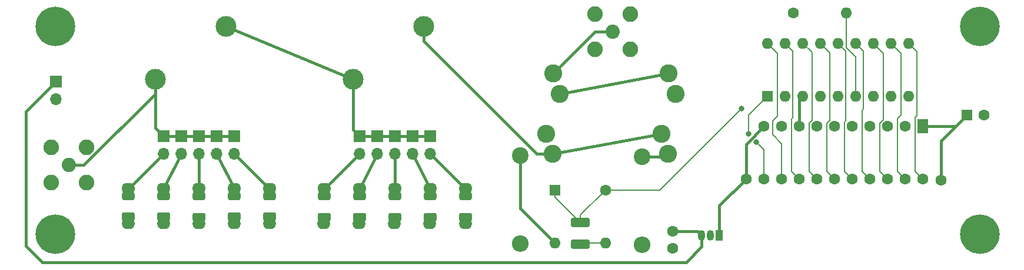
<source format=gbr>
%TF.GenerationSoftware,KiCad,Pcbnew,(6.0.7)*%
%TF.CreationDate,2022-09-09T12:51:11-07:00*%
%TF.ProjectId,12AQ5_lpf_rfout,31324151-355f-46c7-9066-5f72666f7574,rev?*%
%TF.SameCoordinates,Original*%
%TF.FileFunction,Copper,L1,Top*%
%TF.FilePolarity,Positive*%
%FSLAX46Y46*%
G04 Gerber Fmt 4.6, Leading zero omitted, Abs format (unit mm)*
G04 Created by KiCad (PCBNEW (6.0.7)) date 2022-09-09 12:51:11*
%MOMM*%
%LPD*%
G01*
G04 APERTURE LIST*
G04 Aperture macros list*
%AMRoundRect*
0 Rectangle with rounded corners*
0 $1 Rounding radius*
0 $2 $3 $4 $5 $6 $7 $8 $9 X,Y pos of 4 corners*
0 Add a 4 corners polygon primitive as box body*
4,1,4,$2,$3,$4,$5,$6,$7,$8,$9,$2,$3,0*
0 Add four circle primitives for the rounded corners*
1,1,$1+$1,$2,$3*
1,1,$1+$1,$4,$5*
1,1,$1+$1,$6,$7*
1,1,$1+$1,$8,$9*
0 Add four rect primitives between the rounded corners*
20,1,$1+$1,$2,$3,$4,$5,0*
20,1,$1+$1,$4,$5,$6,$7,0*
20,1,$1+$1,$6,$7,$8,$9,0*
20,1,$1+$1,$8,$9,$2,$3,0*%
G04 Aperture macros list end*
%TA.AperFunction,SMDPad,CuDef*%
%ADD10RoundRect,0.216566X-0.677934X0.357334X-0.677934X-0.357334X0.677934X-0.357334X0.677934X0.357334X0*%
%TD*%
%TA.AperFunction,ComponentPad*%
%ADD11O,1.955800X1.562000*%
%TD*%
%TA.AperFunction,ComponentPad*%
%ADD12O,1.905000X1.562000*%
%TD*%
%TA.AperFunction,SMDPad,CuDef*%
%ADD13RoundRect,0.232754X-0.674446X0.384046X-0.674446X-0.384046X0.674446X-0.384046X0.674446X0.384046X0*%
%TD*%
%TA.AperFunction,ComponentPad*%
%ADD14R,1.700000X1.700000*%
%TD*%
%TA.AperFunction,ComponentPad*%
%ADD15O,1.700000X1.700000*%
%TD*%
%TA.AperFunction,ComponentPad*%
%ADD16R,1.050000X1.500000*%
%TD*%
%TA.AperFunction,ComponentPad*%
%ADD17O,1.050000X1.500000*%
%TD*%
%TA.AperFunction,ComponentPad*%
%ADD18R,1.600000X1.600000*%
%TD*%
%TA.AperFunction,ComponentPad*%
%ADD19C,1.600000*%
%TD*%
%TA.AperFunction,ComponentPad*%
%ADD20O,1.600000X1.600000*%
%TD*%
%TA.AperFunction,ComponentPad*%
%ADD21C,2.600000*%
%TD*%
%TA.AperFunction,ComponentPad*%
%ADD22C,3.000000*%
%TD*%
%TA.AperFunction,ComponentPad*%
%ADD23C,3.600000*%
%TD*%
%TA.AperFunction,ComponentPad*%
%ADD24C,5.700000*%
%TD*%
%TA.AperFunction,ConnectorPad*%
%ADD25C,5.700000*%
%TD*%
%TA.AperFunction,SMDPad,CuDef*%
%ADD26RoundRect,0.250000X-1.100000X0.412500X-1.100000X-0.412500X1.100000X-0.412500X1.100000X0.412500X0*%
%TD*%
%TA.AperFunction,ComponentPad*%
%ADD27C,2.050000*%
%TD*%
%TA.AperFunction,ComponentPad*%
%ADD28C,2.250000*%
%TD*%
%TA.AperFunction,ComponentPad*%
%ADD29R,1.600000X2.032000*%
%TD*%
%TA.AperFunction,ComponentPad*%
%ADD30C,2.400000*%
%TD*%
%TA.AperFunction,ComponentPad*%
%ADD31O,2.400000X2.400000*%
%TD*%
%TA.AperFunction,ViaPad*%
%ADD32C,0.800000*%
%TD*%
%TA.AperFunction,Conductor*%
%ADD33C,0.400000*%
%TD*%
%TA.AperFunction,Conductor*%
%ADD34C,0.600000*%
%TD*%
%TA.AperFunction,Conductor*%
%ADD35C,0.200000*%
%TD*%
G04 APERTURE END LIST*
D10*
%TO.P,C2,1*%
%TO.N,Net-(C2-Pad1)*%
X106847300Y-104424300D03*
D11*
X106865500Y-103374200D03*
D12*
%TO.P,C2,2*%
%TO.N,GND*%
X106840100Y-108454200D03*
D13*
X106860000Y-107450000D03*
%TD*%
D11*
%TO.P,C3,1*%
%TO.N,Net-(C3-Pad1)*%
X111945500Y-103374200D03*
D10*
X111927300Y-104424300D03*
D13*
%TO.P,C3,2*%
%TO.N,GND*%
X111940000Y-107450000D03*
D12*
X111920100Y-108454200D03*
%TD*%
D14*
%TO.P,J9,1*%
%TO.N,Net-(J10-Pad1)*%
X142630000Y-95800000D03*
D15*
%TO.P,J9,2*%
%TO.N,Net-(C8-Pad1)*%
X142630000Y-98340000D03*
%TD*%
D16*
%TO.P,U1,1,VO*%
%TO.N,+5V*%
X191890000Y-110150000D03*
D17*
%TO.P,U1,2,GND*%
%TO.N,GND*%
X190620000Y-110150000D03*
%TO.P,U1,3,VI*%
%TO.N,+BATT*%
X189350000Y-110150000D03*
%TD*%
D18*
%TO.P,C13,1*%
%TO.N,+5V*%
X227494888Y-92800000D03*
D19*
%TO.P,C13,2*%
%TO.N,GND*%
X229994888Y-92800000D03*
%TD*%
D11*
%TO.P,C10,1*%
%TO.N,Net-(C10-Pad1)*%
X150262700Y-103391000D03*
D10*
X150244500Y-104441100D03*
D13*
%TO.P,C10,2*%
%TO.N,GND*%
X150257200Y-107466800D03*
D12*
X150237300Y-108471000D03*
%TD*%
D14*
%TO.P,J6,1*%
%TO.N,RFin*%
X119560000Y-95850000D03*
D15*
%TO.P,J6,2*%
%TO.N,Net-(C5-Pad1)*%
X119560000Y-98390000D03*
%TD*%
D14*
%TO.P,J5,1*%
%TO.N,RFin*%
X117020000Y-95850000D03*
D15*
%TO.P,J5,2*%
%TO.N,Net-(C4-Pad1)*%
X117020000Y-98390000D03*
%TD*%
D14*
%TO.P,J7,1*%
%TO.N,RFin*%
X122100000Y-95850000D03*
D15*
%TO.P,J7,2*%
%TO.N,Net-(C6-Pad1)*%
X122100000Y-98390000D03*
%TD*%
D19*
%TO.P,R4,1*%
%TO.N,GND*%
X202550000Y-78050000D03*
D20*
%TO.P,R4,2*%
%TO.N,Net-(R4-Pad2)*%
X210170000Y-78050000D03*
%TD*%
D21*
%TO.P,T1,1,1*%
%TO.N,RFout*%
X167950000Y-86800000D03*
%TO.P,T1,2,2*%
%TO.N,LPFout*%
X167915200Y-98400000D03*
%TO.P,T1,3,3*%
%TO.N,Net-(D1-Pad2)*%
X168950000Y-89740000D03*
%TO.P,T1,4,4*%
%TO.N,GND*%
X166950000Y-95460000D03*
%TD*%
D10*
%TO.P,C11,1*%
%TO.N,Net-(C11-Pad1)*%
X155350000Y-104450000D03*
D11*
X155368200Y-103399900D03*
D13*
%TO.P,C11,2*%
%TO.N,GND*%
X155362700Y-107475700D03*
D12*
X155342800Y-108479900D03*
%TD*%
D19*
%TO.P,R3,1*%
%TO.N,VFWD*%
X175500000Y-103590000D03*
D20*
%TO.P,R3,2*%
%TO.N,GND*%
X175500000Y-111210000D03*
%TD*%
D11*
%TO.P,C7,1*%
%TO.N,Net-(C7-Pad1)*%
X135022700Y-103391000D03*
D10*
X135004500Y-104441100D03*
D13*
%TO.P,C7,2*%
%TO.N,GND*%
X135017200Y-107466800D03*
D12*
X134997300Y-108471000D03*
%TD*%
D14*
%TO.P,J2,1*%
%TO.N,+BATT*%
X96400000Y-87950000D03*
D15*
%TO.P,J2,2*%
%TO.N,GND*%
X96400000Y-90490000D03*
%TD*%
D19*
%TO.P,J15,1,Pin_1*%
%TO.N,+5V*%
X223790000Y-102200000D03*
%TD*%
D18*
%TO.P,D1,1,K*%
%TO.N,VFWD*%
X168250000Y-103590000D03*
D20*
%TO.P,D1,2,A*%
%TO.N,Net-(D1-Pad2)*%
X168250000Y-111210000D03*
%TD*%
D19*
%TO.P,J14,1,Pin_1*%
%TO.N,+5V*%
X195740000Y-102000000D03*
%TD*%
D21*
%TO.P,T2,1,1*%
%TO.N,Net-(R1-Pad1)*%
X184515200Y-98400000D03*
%TO.P,T2,2,2*%
%TO.N,Net-(D1-Pad2)*%
X184550000Y-86800000D03*
%TO.P,T2,3,3*%
%TO.N,LPFout*%
X183550000Y-95460000D03*
%TO.P,T2,4,4*%
%TO.N,GND*%
X185550000Y-89740000D03*
%TD*%
D18*
%TO.P,U2,1,LED1*%
%TO.N,Net-(BAR1-Pad11)*%
X198800000Y-90050000D03*
D20*
%TO.P,U2,2,V-*%
%TO.N,GND*%
X201340000Y-90050000D03*
%TO.P,U2,3,V+*%
%TO.N,+5V*%
X203880000Y-90050000D03*
%TO.P,U2,4,RLO*%
%TO.N,GND*%
X206420000Y-90050000D03*
%TO.P,U2,5,SIG*%
%TO.N,VFWD*%
X208960000Y-90050000D03*
%TO.P,U2,6,RHI*%
%TO.N,Net-(R4-Pad2)*%
X211500000Y-90050000D03*
%TO.P,U2,7,REFOUT*%
X214040000Y-90050000D03*
%TO.P,U2,8,REFADJ*%
%TO.N,GND*%
X216580000Y-90050000D03*
%TO.P,U2,9,MODE*%
%TO.N,unconnected-(U2-Pad9)*%
X219120000Y-90050000D03*
%TO.P,U2,10,LED10*%
%TO.N,Net-(BAR1-Pad20)*%
X219120000Y-82430000D03*
%TO.P,U2,11,LED9*%
%TO.N,Net-(BAR1-Pad19)*%
X216580000Y-82430000D03*
%TO.P,U2,12,LED8*%
%TO.N,Net-(BAR1-Pad18)*%
X214040000Y-82430000D03*
%TO.P,U2,13,LED7*%
%TO.N,Net-(BAR1-Pad17)*%
X211500000Y-82430000D03*
%TO.P,U2,14,LED6*%
%TO.N,Net-(BAR1-Pad16)*%
X208960000Y-82430000D03*
%TO.P,U2,15,LED5*%
%TO.N,Net-(BAR1-Pad15)*%
X206420000Y-82430000D03*
%TO.P,U2,16,LED4*%
%TO.N,Net-(BAR1-Pad14)*%
X203880000Y-82430000D03*
%TO.P,U2,17,LED3*%
%TO.N,Net-(BAR1-Pad13)*%
X201340000Y-82430000D03*
%TO.P,U2,18,LED2*%
%TO.N,Net-(BAR1-Pad12)*%
X198800000Y-82430000D03*
%TD*%
D22*
%TO.P,L1,1,1*%
%TO.N,RFin*%
X110770000Y-87605000D03*
%TO.P,L1,2,2*%
%TO.N,Net-(J10-Pad1)*%
X120930000Y-79985000D03*
%TD*%
D10*
%TO.P,C8,1*%
%TO.N,Net-(C8-Pad1)*%
X140084500Y-104441100D03*
D11*
X140102700Y-103391000D03*
D13*
%TO.P,C8,2*%
%TO.N,GND*%
X140097200Y-107466800D03*
D12*
X140077300Y-108471000D03*
%TD*%
D10*
%TO.P,C4,1*%
%TO.N,Net-(C4-Pad1)*%
X117014500Y-104441100D03*
D11*
X117032700Y-103391000D03*
D13*
%TO.P,C4,2*%
%TO.N,GND*%
X117027200Y-107466800D03*
D12*
X117007300Y-108471000D03*
%TD*%
D23*
%TO.P,H3,*%
%TO.N,GND*%
X229350000Y-110000000D03*
D24*
X229350000Y-110000000D03*
D25*
%TO.P,H3,1,1*%
X229350000Y-110000000D03*
%TD*%
D24*
%TO.P,H2,*%
%TO.N,GND*%
X96350000Y-110000000D03*
D23*
%TO.P,H2,1,1*%
X96350000Y-110000000D03*
D25*
X96350000Y-110000000D03*
%TD*%
D26*
%TO.P,C12,1*%
%TO.N,VFWD*%
X171900000Y-108237500D03*
%TO.P,C12,2*%
%TO.N,GND*%
X171900000Y-111362500D03*
%TD*%
D22*
%TO.P,L2,1,1*%
%TO.N,Net-(J10-Pad1)*%
X139170000Y-87605000D03*
%TO.P,L2,2,2*%
%TO.N,LPFout*%
X149330000Y-79985000D03*
%TD*%
D14*
%TO.P,J8,1*%
%TO.N,Net-(J10-Pad1)*%
X140090000Y-95800000D03*
D15*
%TO.P,J8,2*%
%TO.N,Net-(C7-Pad1)*%
X140090000Y-98340000D03*
%TD*%
D14*
%TO.P,J4,1*%
%TO.N,RFin*%
X114480000Y-95850000D03*
D15*
%TO.P,J4,2*%
%TO.N,Net-(C3-Pad1)*%
X114480000Y-98390000D03*
%TD*%
D27*
%TO.P,J13,1,In*%
%TO.N,RFout*%
X176500000Y-80750000D03*
D28*
%TO.P,J13,2,Ext*%
%TO.N,GND*%
X179040000Y-83290000D03*
X173960000Y-78210000D03*
X179040000Y-78210000D03*
X173960000Y-83290000D03*
%TD*%
D11*
%TO.P,C5,1*%
%TO.N,Net-(C5-Pad1)*%
X122112700Y-103381000D03*
D10*
X122094500Y-104431100D03*
D12*
%TO.P,C5,2*%
%TO.N,GND*%
X122087300Y-108461000D03*
D13*
X122107200Y-107456800D03*
%TD*%
D14*
%TO.P,J12,1*%
%TO.N,Net-(J10-Pad1)*%
X150250000Y-95800000D03*
D15*
%TO.P,J12,2*%
%TO.N,Net-(C11-Pad1)*%
X150250000Y-98340000D03*
%TD*%
D29*
%TO.P,BAR1,1,A_red*%
%TO.N,+5V*%
X221172500Y-94397500D03*
D19*
%TO.P,BAR1,2,A_red*%
X218632500Y-94397500D03*
%TO.P,BAR1,3,A_red*%
X216092500Y-94397500D03*
%TO.P,BAR1,4,A_red*%
X213552500Y-94397500D03*
%TO.P,BAR1,5,A_red*%
X211012500Y-94397500D03*
%TO.P,BAR1,6,A_yel*%
X208472500Y-94397500D03*
%TO.P,BAR1,7,A_yel*%
X205932500Y-94397500D03*
%TO.P,BAR1,8,A_yel*%
X203392500Y-94397500D03*
%TO.P,BAR1,9,A_yel*%
X200852500Y-94397500D03*
%TO.P,BAR1,10,A_yel*%
X198312500Y-94397500D03*
%TO.P,BAR1,11,K_yel*%
%TO.N,Net-(BAR1-Pad11)*%
X198312500Y-102017500D03*
%TO.P,BAR1,12,K_yel*%
%TO.N,Net-(BAR1-Pad12)*%
X200852500Y-102017500D03*
%TO.P,BAR1,13,K_yel*%
%TO.N,Net-(BAR1-Pad13)*%
X203392500Y-102017500D03*
%TO.P,BAR1,14,K_yel*%
%TO.N,Net-(BAR1-Pad14)*%
X205932500Y-102017500D03*
%TO.P,BAR1,15,K_yel*%
%TO.N,Net-(BAR1-Pad15)*%
X208472500Y-102017500D03*
%TO.P,BAR1,16,K_red*%
%TO.N,Net-(BAR1-Pad16)*%
X211012500Y-102017500D03*
%TO.P,BAR1,17,K_red*%
%TO.N,Net-(BAR1-Pad17)*%
X213552500Y-102017500D03*
%TO.P,BAR1,18,K_red*%
%TO.N,Net-(BAR1-Pad18)*%
X216092500Y-102017500D03*
%TO.P,BAR1,19,K_red*%
%TO.N,Net-(BAR1-Pad19)*%
X218632500Y-102017500D03*
%TO.P,BAR1,20,K_red*%
%TO.N,Net-(BAR1-Pad20)*%
X221172500Y-102017500D03*
%TD*%
D30*
%TO.P,R2,1*%
%TO.N,Net-(D1-Pad2)*%
X163250000Y-98650000D03*
D31*
%TO.P,R2,2*%
%TO.N,GND*%
X163250000Y-111350000D03*
%TD*%
D27*
%TO.P,J1,1,In*%
%TO.N,RFin*%
X98300000Y-100000000D03*
D28*
%TO.P,J1,2,Ext*%
%TO.N,GND*%
X95760000Y-102540000D03*
X100840000Y-97460000D03*
X100840000Y-102540000D03*
X95760000Y-97460000D03*
%TD*%
D10*
%TO.P,C9,1*%
%TO.N,Net-(C9-Pad1)*%
X145164500Y-104450000D03*
D11*
X145182700Y-103399900D03*
D12*
%TO.P,C9,2*%
%TO.N,GND*%
X145157300Y-108479900D03*
D13*
X145177200Y-107475700D03*
%TD*%
D14*
%TO.P,J10,1*%
%TO.N,Net-(J10-Pad1)*%
X145170000Y-95800000D03*
D15*
%TO.P,J10,2*%
%TO.N,Net-(C9-Pad1)*%
X145170000Y-98340000D03*
%TD*%
D14*
%TO.P,J3,1*%
%TO.N,RFin*%
X111940000Y-95850000D03*
D15*
%TO.P,J3,2*%
%TO.N,Net-(C2-Pad1)*%
X111940000Y-98390000D03*
%TD*%
D24*
%TO.P,H1,*%
%TO.N,GND*%
X96350000Y-80000000D03*
D23*
X96350000Y-80000000D03*
D25*
%TO.P,H1,1,1*%
X96350000Y-80000000D03*
%TD*%
D30*
%TO.P,R1,1*%
%TO.N,Net-(R1-Pad1)*%
X180800000Y-98800000D03*
D31*
%TO.P,R1,2*%
%TO.N,GND*%
X180800000Y-111500000D03*
%TD*%
D10*
%TO.P,C6,1*%
%TO.N,Net-(C6-Pad1)*%
X127174500Y-104431100D03*
D11*
X127192700Y-103381000D03*
D13*
%TO.P,C6,2*%
%TO.N,GND*%
X127187200Y-107456800D03*
D12*
X127167300Y-108461000D03*
%TD*%
D19*
%TO.P,C1,1*%
%TO.N,+BATT*%
X185150000Y-109500000D03*
%TO.P,C1,2*%
%TO.N,GND*%
X185150000Y-112000000D03*
%TD*%
D14*
%TO.P,J11,1*%
%TO.N,Net-(J10-Pad1)*%
X147710000Y-95800000D03*
D15*
%TO.P,J11,2*%
%TO.N,Net-(C10-Pad1)*%
X147710000Y-98340000D03*
%TD*%
D24*
%TO.P,H4,*%
%TO.N,GND*%
X229350000Y-80000000D03*
D23*
X229350000Y-80000000D03*
D25*
%TO.P,H4,1,1*%
X229350000Y-80000000D03*
%TD*%
D32*
%TO.N,Net-(BAR1-Pad11)*%
X196064668Y-95514668D03*
X197195332Y-96645332D03*
%TO.N,VFWD*%
X195050000Y-91850000D03*
%TD*%
D33*
%TO.N,Net-(D1-Pad2)*%
X163250000Y-106210000D02*
X168250000Y-111210000D01*
X163250000Y-98650000D02*
X163250000Y-106210000D01*
X168950000Y-89740000D02*
X184550000Y-86800000D01*
D34*
%TO.N,GND*%
X172052500Y-111210000D02*
X171900000Y-111362500D01*
D35*
X175500000Y-111210000D02*
X172052500Y-111210000D01*
D33*
%TO.N,Net-(R1-Pad1)*%
X180800000Y-98800000D02*
X184115200Y-98800000D01*
X184115200Y-98800000D02*
X184515200Y-98400000D01*
%TO.N,+5V*%
X191890000Y-105850000D02*
X195740000Y-102000000D01*
X223790000Y-102200000D02*
X223790000Y-96504888D01*
X195740000Y-102000000D02*
X195740000Y-96970000D01*
X203392500Y-94397500D02*
X203392500Y-90537500D01*
X221172500Y-94397500D02*
X225897388Y-94397500D01*
X203392500Y-90537500D02*
X203880000Y-90050000D01*
X225897388Y-94397500D02*
X227494888Y-92800000D01*
X195740000Y-96970000D02*
X198312500Y-94397500D01*
X223790000Y-96504888D02*
X227494888Y-92800000D01*
X191890000Y-110150000D02*
X191890000Y-105850000D01*
%TO.N,+BATT*%
X185150000Y-109500000D02*
X188700000Y-109500000D01*
X187100000Y-114000000D02*
X94450000Y-114000000D01*
X189350000Y-110150000D02*
X189350000Y-111750000D01*
X189350000Y-111750000D02*
X187100000Y-114000000D01*
X94450000Y-114000000D02*
X92100000Y-111650000D01*
X92100000Y-111650000D02*
X92100000Y-92250000D01*
X92100000Y-92250000D02*
X96400000Y-87950000D01*
X188700000Y-109500000D02*
X189350000Y-110150000D01*
D35*
%TO.N,Net-(BAR1-Pad11)*%
X198312500Y-97762500D02*
X198312500Y-102017500D01*
X196064668Y-92785332D02*
X196064668Y-95514668D01*
X197195332Y-96645332D02*
X198312500Y-97762500D01*
X198800000Y-90050000D02*
X196064668Y-92785332D01*
%TO.N,VFWD*%
X171900000Y-107190000D02*
X175500000Y-103590000D01*
X171900000Y-108237500D02*
X171900000Y-107190000D01*
X183310000Y-103590000D02*
X195050000Y-91850000D01*
X175500000Y-103590000D02*
X183310000Y-103590000D01*
X168250000Y-103590000D02*
X168250000Y-104587500D01*
X168250000Y-104587500D02*
X171900000Y-108237500D01*
%TO.N,Net-(R4-Pad2)*%
X210160000Y-80310000D02*
X210160000Y-83064314D01*
X210170000Y-80300000D02*
X210160000Y-80310000D01*
X210170000Y-78050000D02*
X210170000Y-80300000D01*
X210160000Y-83064314D02*
X211500000Y-84404314D01*
X211500000Y-84404314D02*
X211500000Y-90050000D01*
%TO.N,Net-(BAR1-Pad20)*%
X220050000Y-93104000D02*
X220050000Y-100895000D01*
X219120000Y-82430000D02*
X220300000Y-83610000D01*
X220300000Y-83610000D02*
X220300000Y-92854000D01*
X220300000Y-92854000D02*
X220050000Y-93104000D01*
X220050000Y-100895000D02*
X221172500Y-102017500D01*
%TO.N,Net-(BAR1-Pad19)*%
X217532500Y-100917500D02*
X218632500Y-102017500D01*
X218020000Y-83870000D02*
X218020000Y-92767500D01*
X218020000Y-92767500D02*
X217532500Y-93255000D01*
X216580000Y-82430000D02*
X218020000Y-83870000D01*
X217532500Y-93255000D02*
X217532500Y-100917500D01*
%TO.N,Net-(BAR1-Pad18)*%
X215480000Y-93454365D02*
X214992500Y-93941865D01*
X214992500Y-100917500D02*
X216092500Y-102017500D01*
X215480000Y-83870000D02*
X215480000Y-93454365D01*
X214992500Y-93941865D02*
X214992500Y-100917500D01*
X214040000Y-82430000D02*
X215480000Y-83870000D01*
%TO.N,Net-(BAR1-Pad17)*%
X212452500Y-100917500D02*
X213552500Y-102017500D01*
X212600000Y-83530000D02*
X212600000Y-91889365D01*
X211500000Y-82430000D02*
X212600000Y-83530000D01*
X212452500Y-92036865D02*
X212452500Y-100917500D01*
X212600000Y-91889365D02*
X212452500Y-92036865D01*
%TO.N,Net-(BAR1-Pad16)*%
X209912500Y-93742498D02*
X209912500Y-100917500D01*
X210060000Y-83530000D02*
X210060000Y-93594998D01*
X210060000Y-93594998D02*
X209912500Y-93742498D01*
X209912500Y-100917500D02*
X211012500Y-102017500D01*
X208960000Y-82430000D02*
X210060000Y-83530000D01*
%TO.N,Net-(BAR1-Pad15)*%
X207750000Y-83760000D02*
X207750000Y-93564365D01*
X206420000Y-82430000D02*
X207750000Y-83760000D01*
X207750000Y-93564365D02*
X207372500Y-93941865D01*
X207372500Y-100917500D02*
X208472500Y-102017500D01*
X207372500Y-93941865D02*
X207372500Y-100917500D01*
%TO.N,Net-(BAR1-Pad14)*%
X203880000Y-82430000D02*
X205200000Y-83750000D01*
X205200000Y-83750000D02*
X205200000Y-93574365D01*
X204800000Y-93974365D02*
X204800000Y-100885000D01*
X204800000Y-100885000D02*
X205932500Y-102017500D01*
X205200000Y-93574365D02*
X204800000Y-93974365D01*
%TO.N,Net-(BAR1-Pad13)*%
X201340000Y-82430000D02*
X202440000Y-83530000D01*
X202292500Y-93319609D02*
X202292500Y-100917500D01*
X202440000Y-83530000D02*
X202440000Y-93172109D01*
X202440000Y-93172109D02*
X202292500Y-93319609D01*
X202292500Y-100917500D02*
X203392500Y-102017500D01*
%TO.N,Net-(BAR1-Pad12)*%
X200240000Y-83870000D02*
X200240000Y-92908000D01*
X200852500Y-96902500D02*
X200852500Y-102017500D01*
X199550000Y-93598000D02*
X199550000Y-95600000D01*
X200240000Y-92908000D02*
X199550000Y-93598000D01*
X199550000Y-95600000D02*
X200852500Y-96902500D01*
X198800000Y-82430000D02*
X200240000Y-83870000D01*
D33*
%TO.N,RFin*%
X111940000Y-95850000D02*
X114480000Y-95850000D01*
X119560000Y-95850000D02*
X122100000Y-95850000D01*
X110770000Y-87605000D02*
X110770000Y-94680000D01*
X98300000Y-100000000D02*
X100456676Y-100000000D01*
X100456676Y-100000000D02*
X110770000Y-89686676D01*
X114480000Y-95850000D02*
X117020000Y-95850000D01*
X110770000Y-94680000D02*
X111940000Y-95850000D01*
X117020000Y-95850000D02*
X119560000Y-95850000D01*
X110770000Y-89686676D02*
X110770000Y-87605000D01*
%TO.N,Net-(C3-Pad1)*%
X114480000Y-98390000D02*
X111932800Y-103393200D01*
%TO.N,Net-(C4-Pad1)*%
X117020000Y-98390000D02*
X117020000Y-103410000D01*
%TO.N,Net-(C5-Pad1)*%
X119560000Y-98390000D02*
X122100000Y-103400000D01*
D35*
%TO.N,Net-(C6-Pad1)*%
X127110000Y-103400000D02*
X127180000Y-103400000D01*
D33*
X122100000Y-98390000D02*
X127110000Y-103400000D01*
%TO.N,Net-(J10-Pad1)*%
X139170000Y-87605000D02*
X139170000Y-94880000D01*
X139170000Y-87370000D02*
X139170000Y-87605000D01*
X120930000Y-79985000D02*
X139170000Y-87605000D01*
X139170000Y-94880000D02*
X140090000Y-95800000D01*
X147710000Y-95800000D02*
X150250000Y-95800000D01*
X145170000Y-95800000D02*
X147710000Y-95800000D01*
X142630000Y-95800000D02*
X145170000Y-95800000D01*
X140090000Y-95800000D02*
X142630000Y-95800000D01*
%TO.N,Net-(C7-Pad1)*%
X140090000Y-98340000D02*
X135020000Y-103410000D01*
D35*
X135020000Y-103410000D02*
X135010000Y-103410000D01*
D33*
%TO.N,Net-(C8-Pad1)*%
X142630000Y-98340000D02*
X140090000Y-103410000D01*
%TO.N,Net-(C9-Pad1)*%
X145170000Y-98340000D02*
X145170000Y-103418900D01*
%TO.N,Net-(C10-Pad1)*%
X147710000Y-98340000D02*
X150250000Y-103410000D01*
D35*
%TO.N,Net-(C11-Pad1)*%
X155328900Y-103418900D02*
X155355500Y-103418900D01*
D33*
X150250000Y-98340000D02*
X155328900Y-103418900D01*
%TO.N,Net-(C2-Pad1)*%
X111940000Y-98390000D02*
X106936800Y-103393200D01*
D35*
X106936800Y-103393200D02*
X106852800Y-103393200D01*
D33*
%TO.N,LPFout*%
X149330000Y-79985000D02*
X149330000Y-82106320D01*
X149330000Y-82106320D02*
X165623680Y-98400000D01*
X165623680Y-98400000D02*
X167915200Y-98400000D01*
X167915200Y-98400000D02*
X183550000Y-95460000D01*
%TO.N,RFout*%
X167950000Y-86800000D02*
X174000000Y-80750000D01*
X174000000Y-80750000D02*
X176500000Y-80750000D01*
%TD*%
M02*

</source>
